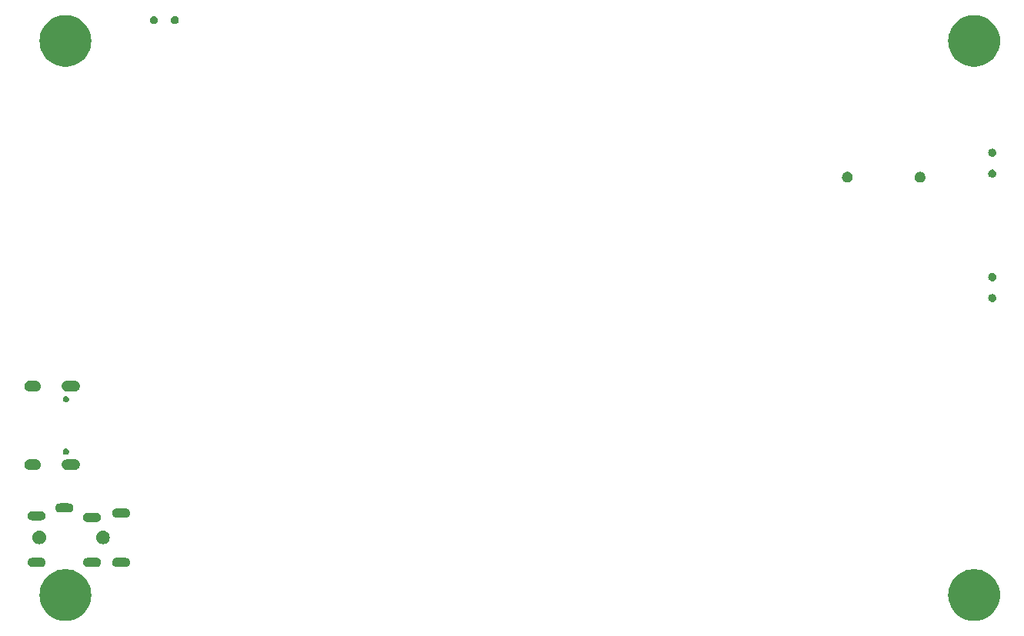
<source format=gbr>
%TF.GenerationSoftware,KiCad,Pcbnew,7.0.7*%
%TF.CreationDate,2023-12-09T22:21:25+01:00*%
%TF.ProjectId,Untitled,556e7469-746c-4656-942e-6b696361645f,rev?*%
%TF.SameCoordinates,Original*%
%TF.FileFunction,Soldermask,Bot*%
%TF.FilePolarity,Negative*%
%FSLAX46Y46*%
G04 Gerber Fmt 4.6, Leading zero omitted, Abs format (unit mm)*
G04 Created by KiCad (PCBNEW 7.0.7) date 2023-12-09 22:21:25*
%MOMM*%
%LPD*%
G01*
G04 APERTURE LIST*
G04 APERTURE END LIST*
G36*
X98494897Y-122193298D02*
G01*
X98817389Y-122269730D01*
X99128827Y-122383084D01*
X99425000Y-122531828D01*
X99701902Y-122713949D01*
X99955789Y-122926985D01*
X100183227Y-123168055D01*
X100381140Y-123433899D01*
X100546853Y-123720922D01*
X100678124Y-124025243D01*
X100773178Y-124342745D01*
X100830729Y-124669135D01*
X100850000Y-125000000D01*
X100830729Y-125330865D01*
X100773178Y-125657255D01*
X100678124Y-125974757D01*
X100546853Y-126279078D01*
X100381140Y-126566101D01*
X100183227Y-126831945D01*
X99955789Y-127073015D01*
X99701902Y-127286051D01*
X99425000Y-127468172D01*
X99128827Y-127616916D01*
X98817389Y-127730270D01*
X98494897Y-127806702D01*
X98165713Y-127845178D01*
X97834287Y-127845178D01*
X97505103Y-127806702D01*
X97182611Y-127730270D01*
X96871173Y-127616916D01*
X96575000Y-127468172D01*
X96298098Y-127286051D01*
X96044211Y-127073015D01*
X95816773Y-126831945D01*
X95618860Y-126566101D01*
X95453147Y-126279078D01*
X95321876Y-125974757D01*
X95226822Y-125657255D01*
X95169271Y-125330865D01*
X95150000Y-125000000D01*
X95169271Y-124669135D01*
X95226822Y-124342745D01*
X95321876Y-124025243D01*
X95453147Y-123720922D01*
X95618860Y-123433899D01*
X95816773Y-123168055D01*
X96044211Y-122926985D01*
X96298098Y-122713949D01*
X96575000Y-122531828D01*
X96871173Y-122383084D01*
X97182611Y-122269730D01*
X97505103Y-122193298D01*
X97834287Y-122154822D01*
X98165713Y-122154822D01*
X98494897Y-122193298D01*
G37*
G36*
X198494897Y-122193298D02*
G01*
X198817389Y-122269730D01*
X199128827Y-122383084D01*
X199425000Y-122531828D01*
X199701902Y-122713949D01*
X199955789Y-122926985D01*
X200183227Y-123168055D01*
X200381140Y-123433899D01*
X200546853Y-123720922D01*
X200678124Y-124025243D01*
X200773178Y-124342745D01*
X200830729Y-124669135D01*
X200850000Y-125000000D01*
X200830729Y-125330865D01*
X200773178Y-125657255D01*
X200678124Y-125974757D01*
X200546853Y-126279078D01*
X200381140Y-126566101D01*
X200183227Y-126831945D01*
X199955789Y-127073015D01*
X199701902Y-127286051D01*
X199425000Y-127468172D01*
X199128827Y-127616916D01*
X198817389Y-127730270D01*
X198494897Y-127806702D01*
X198165713Y-127845178D01*
X197834287Y-127845178D01*
X197505103Y-127806702D01*
X197182611Y-127730270D01*
X196871173Y-127616916D01*
X196575000Y-127468172D01*
X196298098Y-127286051D01*
X196044211Y-127073015D01*
X195816773Y-126831945D01*
X195618860Y-126566101D01*
X195453147Y-126279078D01*
X195321876Y-125974757D01*
X195226822Y-125657255D01*
X195169271Y-125330865D01*
X195150000Y-125000000D01*
X195169271Y-124669135D01*
X195226822Y-124342745D01*
X195321876Y-124025243D01*
X195453147Y-123720922D01*
X195618860Y-123433899D01*
X195816773Y-123168055D01*
X196044211Y-122926985D01*
X196298098Y-122713949D01*
X196575000Y-122531828D01*
X196871173Y-122383084D01*
X197182611Y-122269730D01*
X197505103Y-122193298D01*
X197834287Y-122154822D01*
X198165713Y-122154822D01*
X198494897Y-122193298D01*
G37*
G36*
X95326402Y-120904345D02*
G01*
X95390548Y-120908733D01*
X95425996Y-120918665D01*
X95465410Y-120924332D01*
X95495870Y-120938242D01*
X95523518Y-120945989D01*
X95555742Y-120965584D01*
X95594864Y-120983451D01*
X95617791Y-121003317D01*
X95639732Y-121016660D01*
X95667489Y-121046381D01*
X95702419Y-121076648D01*
X95717120Y-121099523D01*
X95732567Y-121116063D01*
X95752616Y-121154756D01*
X95779360Y-121196370D01*
X95786134Y-121219443D01*
X95795143Y-121236828D01*
X95804595Y-121282313D01*
X95819455Y-121332921D01*
X95819455Y-121353820D01*
X95822816Y-121369994D01*
X95819455Y-121419124D01*
X95819455Y-121475235D01*
X95814450Y-121492278D01*
X95813533Y-121505690D01*
X95796154Y-121554589D01*
X95779360Y-121611786D01*
X95771456Y-121624084D01*
X95767985Y-121633852D01*
X95736653Y-121678238D01*
X95702419Y-121731508D01*
X95693747Y-121739021D01*
X95689551Y-121744967D01*
X95645943Y-121780444D01*
X95594864Y-121824705D01*
X95587286Y-121828165D01*
X95584042Y-121830805D01*
X95532151Y-121853344D01*
X95465410Y-121883824D01*
X95460285Y-121884560D01*
X95459288Y-121884994D01*
X95413553Y-121891280D01*
X95324544Y-121904078D01*
X95320441Y-121904078D01*
X94326592Y-121904078D01*
X94324544Y-121904078D01*
X94322684Y-121903810D01*
X94258539Y-121899422D01*
X94223097Y-121889491D01*
X94183678Y-121883824D01*
X94153213Y-121869911D01*
X94125569Y-121862166D01*
X94093348Y-121842572D01*
X94054224Y-121824705D01*
X94031295Y-121804837D01*
X94009355Y-121791495D01*
X93981597Y-121761773D01*
X93946669Y-121731508D01*
X93931968Y-121708633D01*
X93916520Y-121692092D01*
X93896468Y-121653395D01*
X93869728Y-121611786D01*
X93862953Y-121588714D01*
X93853944Y-121571327D01*
X93844490Y-121525833D01*
X93829633Y-121475235D01*
X93829633Y-121454339D01*
X93826271Y-121438161D01*
X93829633Y-121389016D01*
X93829633Y-121332921D01*
X93834636Y-121315881D01*
X93835554Y-121302465D01*
X93852940Y-121253544D01*
X93869728Y-121196370D01*
X93877628Y-121184076D01*
X93881102Y-121174303D01*
X93912452Y-121129890D01*
X93946669Y-121076648D01*
X93955336Y-121069137D01*
X93959536Y-121063188D01*
X94003179Y-121027681D01*
X94054224Y-120983451D01*
X94061796Y-120979992D01*
X94065045Y-120977350D01*
X94117000Y-120954782D01*
X94183678Y-120924332D01*
X94188797Y-120923595D01*
X94189799Y-120923161D01*
X94235655Y-120916858D01*
X94324544Y-120904078D01*
X95324544Y-120904078D01*
X95326402Y-120904345D01*
G37*
G36*
X101426402Y-120904345D02*
G01*
X101490548Y-120908733D01*
X101525996Y-120918665D01*
X101565410Y-120924332D01*
X101595870Y-120938242D01*
X101623518Y-120945989D01*
X101655742Y-120965584D01*
X101694864Y-120983451D01*
X101717791Y-121003317D01*
X101739732Y-121016660D01*
X101767489Y-121046381D01*
X101802419Y-121076648D01*
X101817120Y-121099523D01*
X101832567Y-121116063D01*
X101852616Y-121154756D01*
X101879360Y-121196370D01*
X101886134Y-121219443D01*
X101895143Y-121236828D01*
X101904595Y-121282313D01*
X101919455Y-121332921D01*
X101919455Y-121353820D01*
X101922816Y-121369994D01*
X101919455Y-121419124D01*
X101919455Y-121475235D01*
X101914450Y-121492278D01*
X101913533Y-121505690D01*
X101896154Y-121554589D01*
X101879360Y-121611786D01*
X101871456Y-121624084D01*
X101867985Y-121633852D01*
X101836653Y-121678238D01*
X101802419Y-121731508D01*
X101793747Y-121739021D01*
X101789551Y-121744967D01*
X101745943Y-121780444D01*
X101694864Y-121824705D01*
X101687286Y-121828165D01*
X101684042Y-121830805D01*
X101632151Y-121853344D01*
X101565410Y-121883824D01*
X101560285Y-121884560D01*
X101559288Y-121884994D01*
X101513553Y-121891280D01*
X101424544Y-121904078D01*
X101420441Y-121904078D01*
X100426592Y-121904078D01*
X100424544Y-121904078D01*
X100422684Y-121903810D01*
X100358539Y-121899422D01*
X100323097Y-121889491D01*
X100283678Y-121883824D01*
X100253213Y-121869911D01*
X100225569Y-121862166D01*
X100193348Y-121842572D01*
X100154224Y-121824705D01*
X100131295Y-121804837D01*
X100109355Y-121791495D01*
X100081597Y-121761773D01*
X100046669Y-121731508D01*
X100031968Y-121708633D01*
X100016520Y-121692092D01*
X99996468Y-121653395D01*
X99969728Y-121611786D01*
X99962953Y-121588714D01*
X99953944Y-121571327D01*
X99944490Y-121525833D01*
X99929633Y-121475235D01*
X99929633Y-121454339D01*
X99926271Y-121438161D01*
X99929633Y-121389016D01*
X99929633Y-121332921D01*
X99934636Y-121315881D01*
X99935554Y-121302465D01*
X99952940Y-121253544D01*
X99969728Y-121196370D01*
X99977628Y-121184076D01*
X99981102Y-121174303D01*
X100012452Y-121129890D01*
X100046669Y-121076648D01*
X100055336Y-121069137D01*
X100059536Y-121063188D01*
X100103179Y-121027681D01*
X100154224Y-120983451D01*
X100161796Y-120979992D01*
X100165045Y-120977350D01*
X100217000Y-120954782D01*
X100283678Y-120924332D01*
X100288797Y-120923595D01*
X100289799Y-120923161D01*
X100335655Y-120916858D01*
X100424544Y-120904078D01*
X101424544Y-120904078D01*
X101426402Y-120904345D01*
G37*
G36*
X104626402Y-120904345D02*
G01*
X104690548Y-120908733D01*
X104725996Y-120918665D01*
X104765410Y-120924332D01*
X104795870Y-120938242D01*
X104823518Y-120945989D01*
X104855742Y-120965584D01*
X104894864Y-120983451D01*
X104917791Y-121003317D01*
X104939732Y-121016660D01*
X104967489Y-121046381D01*
X105002419Y-121076648D01*
X105017120Y-121099523D01*
X105032567Y-121116063D01*
X105052616Y-121154756D01*
X105079360Y-121196370D01*
X105086134Y-121219443D01*
X105095143Y-121236828D01*
X105104595Y-121282313D01*
X105119455Y-121332921D01*
X105119455Y-121353820D01*
X105122816Y-121369994D01*
X105119455Y-121419124D01*
X105119455Y-121475235D01*
X105114450Y-121492278D01*
X105113533Y-121505690D01*
X105096154Y-121554589D01*
X105079360Y-121611786D01*
X105071456Y-121624084D01*
X105067985Y-121633852D01*
X105036653Y-121678238D01*
X105002419Y-121731508D01*
X104993747Y-121739021D01*
X104989551Y-121744967D01*
X104945943Y-121780444D01*
X104894864Y-121824705D01*
X104887286Y-121828165D01*
X104884042Y-121830805D01*
X104832151Y-121853344D01*
X104765410Y-121883824D01*
X104760285Y-121884560D01*
X104759288Y-121884994D01*
X104713553Y-121891280D01*
X104624544Y-121904078D01*
X104620441Y-121904078D01*
X103626592Y-121904078D01*
X103624544Y-121904078D01*
X103622684Y-121903810D01*
X103558539Y-121899422D01*
X103523097Y-121889491D01*
X103483678Y-121883824D01*
X103453213Y-121869911D01*
X103425569Y-121862166D01*
X103393348Y-121842572D01*
X103354224Y-121824705D01*
X103331295Y-121804837D01*
X103309355Y-121791495D01*
X103281597Y-121761773D01*
X103246669Y-121731508D01*
X103231968Y-121708633D01*
X103216520Y-121692092D01*
X103196468Y-121653395D01*
X103169728Y-121611786D01*
X103162953Y-121588714D01*
X103153944Y-121571327D01*
X103144490Y-121525833D01*
X103129633Y-121475235D01*
X103129633Y-121454339D01*
X103126271Y-121438161D01*
X103129633Y-121389016D01*
X103129633Y-121332921D01*
X103134636Y-121315881D01*
X103135554Y-121302465D01*
X103152940Y-121253544D01*
X103169728Y-121196370D01*
X103177628Y-121184076D01*
X103181102Y-121174303D01*
X103212452Y-121129890D01*
X103246669Y-121076648D01*
X103255336Y-121069137D01*
X103259536Y-121063188D01*
X103303179Y-121027681D01*
X103354224Y-120983451D01*
X103361796Y-120979992D01*
X103365045Y-120977350D01*
X103417000Y-120954782D01*
X103483678Y-120924332D01*
X103488797Y-120923595D01*
X103489799Y-120923161D01*
X103535655Y-120916858D01*
X103624544Y-120904078D01*
X104624544Y-120904078D01*
X104626402Y-120904345D01*
G37*
G36*
X95291435Y-117932882D02*
G01*
X95449957Y-117988351D01*
X95592161Y-118077704D01*
X95710918Y-118196461D01*
X95800271Y-118338665D01*
X95855740Y-118497187D01*
X95874544Y-118664078D01*
X95855740Y-118830969D01*
X95800271Y-118989491D01*
X95710918Y-119131695D01*
X95592161Y-119250452D01*
X95449957Y-119339805D01*
X95291435Y-119395274D01*
X95124544Y-119414078D01*
X94957653Y-119395274D01*
X94799131Y-119339805D01*
X94656927Y-119250452D01*
X94538170Y-119131695D01*
X94448817Y-118989491D01*
X94393348Y-118830969D01*
X94374544Y-118664078D01*
X94393348Y-118497187D01*
X94448817Y-118338665D01*
X94538170Y-118196461D01*
X94656927Y-118077704D01*
X94799131Y-117988351D01*
X94957653Y-117932882D01*
X95124544Y-117914078D01*
X95291435Y-117932882D01*
G37*
G36*
X102291435Y-117932882D02*
G01*
X102449957Y-117988351D01*
X102592161Y-118077704D01*
X102710918Y-118196461D01*
X102800271Y-118338665D01*
X102855740Y-118497187D01*
X102874544Y-118664078D01*
X102855740Y-118830969D01*
X102800271Y-118989491D01*
X102710918Y-119131695D01*
X102592161Y-119250452D01*
X102449957Y-119339805D01*
X102291435Y-119395274D01*
X102124544Y-119414078D01*
X101957653Y-119395274D01*
X101799131Y-119339805D01*
X101656927Y-119250452D01*
X101538170Y-119131695D01*
X101448817Y-118989491D01*
X101393348Y-118830969D01*
X101374544Y-118664078D01*
X101393348Y-118497187D01*
X101448817Y-118338665D01*
X101538170Y-118196461D01*
X101656927Y-118077704D01*
X101799131Y-117988351D01*
X101957653Y-117932882D01*
X102124544Y-117914078D01*
X102291435Y-117932882D01*
G37*
G36*
X101426402Y-115954345D02*
G01*
X101490548Y-115958733D01*
X101525996Y-115968665D01*
X101565410Y-115974332D01*
X101595870Y-115988242D01*
X101623518Y-115995989D01*
X101655742Y-116015584D01*
X101694864Y-116033451D01*
X101717791Y-116053317D01*
X101739732Y-116066660D01*
X101767489Y-116096381D01*
X101802419Y-116126648D01*
X101817120Y-116149523D01*
X101832567Y-116166063D01*
X101852616Y-116204756D01*
X101879360Y-116246370D01*
X101886134Y-116269443D01*
X101895143Y-116286828D01*
X101904595Y-116332313D01*
X101919455Y-116382921D01*
X101919455Y-116403820D01*
X101922816Y-116419994D01*
X101919455Y-116469124D01*
X101919455Y-116525235D01*
X101914450Y-116542278D01*
X101913533Y-116555690D01*
X101896154Y-116604589D01*
X101879360Y-116661786D01*
X101871456Y-116674084D01*
X101867985Y-116683852D01*
X101836653Y-116728238D01*
X101802419Y-116781508D01*
X101793747Y-116789021D01*
X101789551Y-116794967D01*
X101745943Y-116830444D01*
X101694864Y-116874705D01*
X101687286Y-116878165D01*
X101684042Y-116880805D01*
X101632151Y-116903344D01*
X101565410Y-116933824D01*
X101560285Y-116934560D01*
X101559288Y-116934994D01*
X101513553Y-116941280D01*
X101424544Y-116954078D01*
X101420441Y-116954078D01*
X100426592Y-116954078D01*
X100424544Y-116954078D01*
X100422684Y-116953810D01*
X100358539Y-116949422D01*
X100323097Y-116939491D01*
X100283678Y-116933824D01*
X100253213Y-116919911D01*
X100225569Y-116912166D01*
X100193348Y-116892572D01*
X100154224Y-116874705D01*
X100131295Y-116854837D01*
X100109355Y-116841495D01*
X100081597Y-116811773D01*
X100046669Y-116781508D01*
X100031968Y-116758633D01*
X100016520Y-116742092D01*
X99996468Y-116703395D01*
X99969728Y-116661786D01*
X99962953Y-116638714D01*
X99953944Y-116621327D01*
X99944490Y-116575833D01*
X99929633Y-116525235D01*
X99929633Y-116504339D01*
X99926271Y-116488161D01*
X99929633Y-116439016D01*
X99929633Y-116382921D01*
X99934636Y-116365881D01*
X99935554Y-116352465D01*
X99952940Y-116303544D01*
X99969728Y-116246370D01*
X99977628Y-116234076D01*
X99981102Y-116224303D01*
X100012452Y-116179890D01*
X100046669Y-116126648D01*
X100055336Y-116119137D01*
X100059536Y-116113188D01*
X100103179Y-116077681D01*
X100154224Y-116033451D01*
X100161796Y-116029992D01*
X100165045Y-116027350D01*
X100217000Y-116004782D01*
X100283678Y-115974332D01*
X100288797Y-115973595D01*
X100289799Y-115973161D01*
X100335655Y-115966858D01*
X100424544Y-115954078D01*
X101424544Y-115954078D01*
X101426402Y-115954345D01*
G37*
G36*
X95326402Y-115774345D02*
G01*
X95390548Y-115778733D01*
X95425996Y-115788665D01*
X95465410Y-115794332D01*
X95495870Y-115808242D01*
X95523518Y-115815989D01*
X95555742Y-115835584D01*
X95594864Y-115853451D01*
X95617791Y-115873317D01*
X95639732Y-115886660D01*
X95667489Y-115916381D01*
X95702419Y-115946648D01*
X95717120Y-115969523D01*
X95732567Y-115986063D01*
X95752616Y-116024756D01*
X95779360Y-116066370D01*
X95786134Y-116089443D01*
X95795143Y-116106828D01*
X95804595Y-116152313D01*
X95819455Y-116202921D01*
X95819455Y-116223820D01*
X95822816Y-116239994D01*
X95819455Y-116289124D01*
X95819455Y-116345235D01*
X95814450Y-116362278D01*
X95813533Y-116375690D01*
X95796154Y-116424589D01*
X95779360Y-116481786D01*
X95771456Y-116494084D01*
X95767985Y-116503852D01*
X95736653Y-116548238D01*
X95702419Y-116601508D01*
X95693747Y-116609021D01*
X95689551Y-116614967D01*
X95645943Y-116650444D01*
X95594864Y-116694705D01*
X95587286Y-116698165D01*
X95584042Y-116700805D01*
X95532151Y-116723344D01*
X95465410Y-116753824D01*
X95460285Y-116754560D01*
X95459288Y-116754994D01*
X95413553Y-116761280D01*
X95324544Y-116774078D01*
X95320441Y-116774078D01*
X94326592Y-116774078D01*
X94324544Y-116774078D01*
X94322684Y-116773810D01*
X94258539Y-116769422D01*
X94223097Y-116759491D01*
X94183678Y-116753824D01*
X94153213Y-116739911D01*
X94125569Y-116732166D01*
X94093348Y-116712572D01*
X94054224Y-116694705D01*
X94031295Y-116674837D01*
X94009355Y-116661495D01*
X93981597Y-116631773D01*
X93946669Y-116601508D01*
X93931968Y-116578633D01*
X93916520Y-116562092D01*
X93896468Y-116523395D01*
X93869728Y-116481786D01*
X93862953Y-116458714D01*
X93853944Y-116441327D01*
X93844490Y-116395833D01*
X93829633Y-116345235D01*
X93829633Y-116324339D01*
X93826271Y-116308161D01*
X93829633Y-116259016D01*
X93829633Y-116202921D01*
X93834636Y-116185881D01*
X93835554Y-116172465D01*
X93852940Y-116123544D01*
X93869728Y-116066370D01*
X93877628Y-116054076D01*
X93881102Y-116044303D01*
X93912452Y-115999890D01*
X93946669Y-115946648D01*
X93955336Y-115939137D01*
X93959536Y-115933188D01*
X94003179Y-115897681D01*
X94054224Y-115853451D01*
X94061796Y-115849992D01*
X94065045Y-115847350D01*
X94117000Y-115824782D01*
X94183678Y-115794332D01*
X94188797Y-115793595D01*
X94189799Y-115793161D01*
X94235655Y-115786858D01*
X94324544Y-115774078D01*
X95324544Y-115774078D01*
X95326402Y-115774345D01*
G37*
G36*
X104626402Y-115474345D02*
G01*
X104690548Y-115478733D01*
X104725996Y-115488665D01*
X104765410Y-115494332D01*
X104795870Y-115508242D01*
X104823518Y-115515989D01*
X104855742Y-115535584D01*
X104894864Y-115553451D01*
X104917791Y-115573317D01*
X104939732Y-115586660D01*
X104967489Y-115616381D01*
X105002419Y-115646648D01*
X105017120Y-115669523D01*
X105032567Y-115686063D01*
X105052616Y-115724756D01*
X105079360Y-115766370D01*
X105086134Y-115789443D01*
X105095143Y-115806828D01*
X105104595Y-115852313D01*
X105119455Y-115902921D01*
X105119455Y-115923820D01*
X105122816Y-115939994D01*
X105119455Y-115989124D01*
X105119455Y-116045235D01*
X105114450Y-116062278D01*
X105113533Y-116075690D01*
X105096154Y-116124589D01*
X105079360Y-116181786D01*
X105071456Y-116194084D01*
X105067985Y-116203852D01*
X105036653Y-116248238D01*
X105002419Y-116301508D01*
X104993747Y-116309021D01*
X104989551Y-116314967D01*
X104945943Y-116350444D01*
X104894864Y-116394705D01*
X104887286Y-116398165D01*
X104884042Y-116400805D01*
X104832151Y-116423344D01*
X104765410Y-116453824D01*
X104760285Y-116454560D01*
X104759288Y-116454994D01*
X104713553Y-116461280D01*
X104624544Y-116474078D01*
X104620441Y-116474078D01*
X103626592Y-116474078D01*
X103624544Y-116474078D01*
X103622684Y-116473810D01*
X103558539Y-116469422D01*
X103523097Y-116459491D01*
X103483678Y-116453824D01*
X103453213Y-116439911D01*
X103425569Y-116432166D01*
X103393348Y-116412572D01*
X103354224Y-116394705D01*
X103331295Y-116374837D01*
X103309355Y-116361495D01*
X103281597Y-116331773D01*
X103246669Y-116301508D01*
X103231968Y-116278633D01*
X103216520Y-116262092D01*
X103196468Y-116223395D01*
X103169728Y-116181786D01*
X103162953Y-116158714D01*
X103153944Y-116141327D01*
X103144490Y-116095833D01*
X103129633Y-116045235D01*
X103129633Y-116024339D01*
X103126271Y-116008161D01*
X103129633Y-115959016D01*
X103129633Y-115902921D01*
X103134636Y-115885881D01*
X103135554Y-115872465D01*
X103152940Y-115823544D01*
X103169728Y-115766370D01*
X103177628Y-115754076D01*
X103181102Y-115744303D01*
X103212452Y-115699890D01*
X103246669Y-115646648D01*
X103255336Y-115639137D01*
X103259536Y-115633188D01*
X103303179Y-115597681D01*
X103354224Y-115553451D01*
X103361796Y-115549992D01*
X103365045Y-115547350D01*
X103417000Y-115524782D01*
X103483678Y-115494332D01*
X103488797Y-115493595D01*
X103489799Y-115493161D01*
X103535655Y-115486858D01*
X103624544Y-115474078D01*
X104624544Y-115474078D01*
X104626402Y-115474345D01*
G37*
G36*
X98376402Y-114904345D02*
G01*
X98440548Y-114908733D01*
X98475996Y-114918665D01*
X98515410Y-114924332D01*
X98545870Y-114938242D01*
X98573518Y-114945989D01*
X98605742Y-114965584D01*
X98644864Y-114983451D01*
X98667791Y-115003317D01*
X98689732Y-115016660D01*
X98717489Y-115046381D01*
X98752419Y-115076648D01*
X98767120Y-115099523D01*
X98782567Y-115116063D01*
X98802616Y-115154756D01*
X98829360Y-115196370D01*
X98836134Y-115219443D01*
X98845143Y-115236828D01*
X98854595Y-115282313D01*
X98869455Y-115332921D01*
X98869455Y-115353820D01*
X98872816Y-115369994D01*
X98869455Y-115419124D01*
X98869455Y-115475235D01*
X98864450Y-115492278D01*
X98863533Y-115505690D01*
X98846154Y-115554589D01*
X98829360Y-115611786D01*
X98821456Y-115624084D01*
X98817985Y-115633852D01*
X98786653Y-115678238D01*
X98752419Y-115731508D01*
X98743747Y-115739021D01*
X98739551Y-115744967D01*
X98695943Y-115780444D01*
X98644864Y-115824705D01*
X98637286Y-115828165D01*
X98634042Y-115830805D01*
X98582151Y-115853344D01*
X98515410Y-115883824D01*
X98510285Y-115884560D01*
X98509288Y-115884994D01*
X98463553Y-115891280D01*
X98374544Y-115904078D01*
X98370441Y-115904078D01*
X97376592Y-115904078D01*
X97374544Y-115904078D01*
X97372684Y-115903810D01*
X97308539Y-115899422D01*
X97273097Y-115889491D01*
X97233678Y-115883824D01*
X97203213Y-115869911D01*
X97175569Y-115862166D01*
X97143348Y-115842572D01*
X97104224Y-115824705D01*
X97081295Y-115804837D01*
X97059355Y-115791495D01*
X97031597Y-115761773D01*
X96996669Y-115731508D01*
X96981968Y-115708633D01*
X96966520Y-115692092D01*
X96946468Y-115653395D01*
X96919728Y-115611786D01*
X96912953Y-115588714D01*
X96903944Y-115571327D01*
X96894490Y-115525833D01*
X96879633Y-115475235D01*
X96879633Y-115454339D01*
X96876271Y-115438161D01*
X96879633Y-115389016D01*
X96879633Y-115332921D01*
X96884636Y-115315881D01*
X96885554Y-115302465D01*
X96902940Y-115253544D01*
X96919728Y-115196370D01*
X96927628Y-115184076D01*
X96931102Y-115174303D01*
X96962452Y-115129890D01*
X96996669Y-115076648D01*
X97005336Y-115069137D01*
X97009536Y-115063188D01*
X97053179Y-115027681D01*
X97104224Y-114983451D01*
X97111796Y-114979992D01*
X97115045Y-114977350D01*
X97167000Y-114954782D01*
X97233678Y-114924332D01*
X97238797Y-114923595D01*
X97239799Y-114923161D01*
X97285655Y-114916858D01*
X97374544Y-114904078D01*
X98374544Y-114904078D01*
X98376402Y-114904345D01*
G37*
G36*
X94727641Y-110045673D02*
G01*
X94828034Y-110057863D01*
X94832184Y-110059437D01*
X94839840Y-110060445D01*
X94894059Y-110082903D01*
X94963179Y-110109117D01*
X94971932Y-110115159D01*
X94984549Y-110120385D01*
X95029729Y-110155053D01*
X95082128Y-110191221D01*
X95093302Y-110203834D01*
X95108813Y-110215736D01*
X95140946Y-110257612D01*
X95177978Y-110299413D01*
X95188708Y-110319857D01*
X95204164Y-110340000D01*
X95222451Y-110384149D01*
X95245145Y-110427389D01*
X95252174Y-110455908D01*
X95264104Y-110484709D01*
X95269642Y-110526780D01*
X95279737Y-110567733D01*
X95279737Y-110603450D01*
X95284549Y-110640000D01*
X95279737Y-110676549D01*
X95279737Y-110712266D01*
X95269643Y-110753217D01*
X95264104Y-110795291D01*
X95252173Y-110824093D01*
X95245145Y-110852610D01*
X95222453Y-110895845D01*
X95204164Y-110940000D01*
X95188706Y-110960144D01*
X95177978Y-110980586D01*
X95140951Y-111022379D01*
X95108813Y-111064264D01*
X95093299Y-111076167D01*
X95082128Y-111088778D01*
X95029742Y-111124936D01*
X94984549Y-111159615D01*
X94971929Y-111164842D01*
X94963179Y-111170882D01*
X94894088Y-111197084D01*
X94839840Y-111219555D01*
X94832180Y-111220563D01*
X94828034Y-111222136D01*
X94727672Y-111234322D01*
X94684549Y-111240000D01*
X94680916Y-111240000D01*
X94088182Y-111240000D01*
X94084549Y-111240000D01*
X94041429Y-111234323D01*
X93941063Y-111222136D01*
X93936915Y-111220563D01*
X93929258Y-111219555D01*
X93875020Y-111197089D01*
X93805918Y-111170882D01*
X93797166Y-111164841D01*
X93784549Y-111159615D01*
X93739364Y-111124943D01*
X93686969Y-111088778D01*
X93675795Y-111076165D01*
X93660285Y-111064264D01*
X93628152Y-111022388D01*
X93591119Y-110980586D01*
X93580388Y-110960140D01*
X93564934Y-110940000D01*
X93546648Y-110895854D01*
X93523952Y-110852610D01*
X93516922Y-110824088D01*
X93504994Y-110795291D01*
X93499455Y-110753220D01*
X93489361Y-110712266D01*
X93489361Y-110676549D01*
X93484549Y-110640000D01*
X93489361Y-110603450D01*
X93489361Y-110567733D01*
X93499455Y-110526777D01*
X93504994Y-110484709D01*
X93516921Y-110455913D01*
X93523952Y-110427389D01*
X93546650Y-110384140D01*
X93564934Y-110340000D01*
X93580386Y-110319861D01*
X93591119Y-110299413D01*
X93628158Y-110257604D01*
X93660285Y-110215736D01*
X93675792Y-110203836D01*
X93686969Y-110191221D01*
X93739377Y-110155046D01*
X93784549Y-110120385D01*
X93797162Y-110115160D01*
X93805918Y-110109117D01*
X93875049Y-110082898D01*
X93929258Y-110060445D01*
X93936911Y-110059437D01*
X93941063Y-110057863D01*
X94041460Y-110045672D01*
X94084549Y-110040000D01*
X94684549Y-110040000D01*
X94727641Y-110045673D01*
G37*
G36*
X99037641Y-110045673D02*
G01*
X99138034Y-110057863D01*
X99142184Y-110059437D01*
X99149840Y-110060445D01*
X99204059Y-110082903D01*
X99273179Y-110109117D01*
X99281932Y-110115159D01*
X99294549Y-110120385D01*
X99339729Y-110155053D01*
X99392128Y-110191221D01*
X99403302Y-110203834D01*
X99418813Y-110215736D01*
X99450946Y-110257612D01*
X99487978Y-110299413D01*
X99498708Y-110319857D01*
X99514164Y-110340000D01*
X99532451Y-110384149D01*
X99555145Y-110427389D01*
X99562174Y-110455908D01*
X99574104Y-110484709D01*
X99579642Y-110526780D01*
X99589737Y-110567733D01*
X99589737Y-110603450D01*
X99594549Y-110640000D01*
X99589737Y-110676549D01*
X99589737Y-110712266D01*
X99579643Y-110753217D01*
X99574104Y-110795291D01*
X99562173Y-110824093D01*
X99555145Y-110852610D01*
X99532453Y-110895845D01*
X99514164Y-110940000D01*
X99498706Y-110960144D01*
X99487978Y-110980586D01*
X99450951Y-111022379D01*
X99418813Y-111064264D01*
X99403299Y-111076167D01*
X99392128Y-111088778D01*
X99339742Y-111124936D01*
X99294549Y-111159615D01*
X99281929Y-111164842D01*
X99273179Y-111170882D01*
X99204088Y-111197084D01*
X99149840Y-111219555D01*
X99142180Y-111220563D01*
X99138034Y-111222136D01*
X99037672Y-111234322D01*
X98994549Y-111240000D01*
X98990916Y-111240000D01*
X98198182Y-111240000D01*
X98194549Y-111240000D01*
X98151429Y-111234323D01*
X98051063Y-111222136D01*
X98046915Y-111220563D01*
X98039258Y-111219555D01*
X97985020Y-111197089D01*
X97915918Y-111170882D01*
X97907166Y-111164841D01*
X97894549Y-111159615D01*
X97849364Y-111124943D01*
X97796969Y-111088778D01*
X97785795Y-111076165D01*
X97770285Y-111064264D01*
X97738152Y-111022388D01*
X97701119Y-110980586D01*
X97690388Y-110960140D01*
X97674934Y-110940000D01*
X97656648Y-110895854D01*
X97633952Y-110852610D01*
X97626922Y-110824088D01*
X97614994Y-110795291D01*
X97609455Y-110753220D01*
X97599361Y-110712266D01*
X97599361Y-110676549D01*
X97594549Y-110640000D01*
X97599361Y-110603450D01*
X97599361Y-110567733D01*
X97609455Y-110526777D01*
X97614994Y-110484709D01*
X97626921Y-110455913D01*
X97633952Y-110427389D01*
X97656650Y-110384140D01*
X97674934Y-110340000D01*
X97690386Y-110319861D01*
X97701119Y-110299413D01*
X97738158Y-110257604D01*
X97770285Y-110215736D01*
X97785792Y-110203836D01*
X97796969Y-110191221D01*
X97849377Y-110155046D01*
X97894549Y-110120385D01*
X97907162Y-110115160D01*
X97915918Y-110109117D01*
X97985049Y-110082898D01*
X98039258Y-110060445D01*
X98046911Y-110059437D01*
X98051063Y-110057863D01*
X98151460Y-110045672D01*
X98194549Y-110040000D01*
X98994549Y-110040000D01*
X99037641Y-110045673D01*
G37*
G36*
X98172705Y-108877130D02*
G01*
X98270274Y-108926844D01*
X98347705Y-109004275D01*
X98397419Y-109101844D01*
X98414549Y-109210000D01*
X98397419Y-109318156D01*
X98347705Y-109415725D01*
X98270274Y-109493156D01*
X98172705Y-109542870D01*
X98064549Y-109560000D01*
X97956393Y-109542870D01*
X97858824Y-109493156D01*
X97781393Y-109415725D01*
X97731679Y-109318156D01*
X97714549Y-109210000D01*
X97731679Y-109101844D01*
X97781393Y-109004275D01*
X97858824Y-108926844D01*
X97956393Y-108877130D01*
X98064549Y-108860000D01*
X98172705Y-108877130D01*
G37*
G36*
X98172705Y-103097130D02*
G01*
X98270274Y-103146844D01*
X98347705Y-103224275D01*
X98397419Y-103321844D01*
X98414549Y-103430000D01*
X98397419Y-103538156D01*
X98347705Y-103635725D01*
X98270274Y-103713156D01*
X98172705Y-103762870D01*
X98064549Y-103780000D01*
X97956393Y-103762870D01*
X97858824Y-103713156D01*
X97781393Y-103635725D01*
X97731679Y-103538156D01*
X97714549Y-103430000D01*
X97731679Y-103321844D01*
X97781393Y-103224275D01*
X97858824Y-103146844D01*
X97956393Y-103097130D01*
X98064549Y-103080000D01*
X98172705Y-103097130D01*
G37*
G36*
X94727641Y-101405673D02*
G01*
X94828034Y-101417863D01*
X94832184Y-101419437D01*
X94839840Y-101420445D01*
X94894059Y-101442903D01*
X94963179Y-101469117D01*
X94971932Y-101475159D01*
X94984549Y-101480385D01*
X95029729Y-101515053D01*
X95082128Y-101551221D01*
X95093302Y-101563834D01*
X95108813Y-101575736D01*
X95140946Y-101617612D01*
X95177978Y-101659413D01*
X95188708Y-101679857D01*
X95204164Y-101700000D01*
X95222451Y-101744149D01*
X95245145Y-101787389D01*
X95252174Y-101815908D01*
X95264104Y-101844709D01*
X95269642Y-101886780D01*
X95279737Y-101927733D01*
X95279737Y-101963450D01*
X95284549Y-102000000D01*
X95279737Y-102036549D01*
X95279737Y-102072266D01*
X95269643Y-102113217D01*
X95264104Y-102155291D01*
X95252173Y-102184093D01*
X95245145Y-102212610D01*
X95222453Y-102255845D01*
X95204164Y-102300000D01*
X95188706Y-102320144D01*
X95177978Y-102340586D01*
X95140951Y-102382379D01*
X95108813Y-102424264D01*
X95093299Y-102436167D01*
X95082128Y-102448778D01*
X95029742Y-102484936D01*
X94984549Y-102519615D01*
X94971929Y-102524842D01*
X94963179Y-102530882D01*
X94894088Y-102557084D01*
X94839840Y-102579555D01*
X94832180Y-102580563D01*
X94828034Y-102582136D01*
X94727672Y-102594322D01*
X94684549Y-102600000D01*
X94680916Y-102600000D01*
X94088182Y-102600000D01*
X94084549Y-102600000D01*
X94041429Y-102594323D01*
X93941063Y-102582136D01*
X93936915Y-102580563D01*
X93929258Y-102579555D01*
X93875020Y-102557089D01*
X93805918Y-102530882D01*
X93797166Y-102524841D01*
X93784549Y-102519615D01*
X93739364Y-102484943D01*
X93686969Y-102448778D01*
X93675795Y-102436165D01*
X93660285Y-102424264D01*
X93628152Y-102382388D01*
X93591119Y-102340586D01*
X93580388Y-102320140D01*
X93564934Y-102300000D01*
X93546648Y-102255854D01*
X93523952Y-102212610D01*
X93516922Y-102184088D01*
X93504994Y-102155291D01*
X93499455Y-102113220D01*
X93489361Y-102072266D01*
X93489361Y-102036549D01*
X93484549Y-102000000D01*
X93489361Y-101963450D01*
X93489361Y-101927733D01*
X93499455Y-101886777D01*
X93504994Y-101844709D01*
X93516921Y-101815913D01*
X93523952Y-101787389D01*
X93546650Y-101744140D01*
X93564934Y-101700000D01*
X93580386Y-101679861D01*
X93591119Y-101659413D01*
X93628158Y-101617604D01*
X93660285Y-101575736D01*
X93675792Y-101563836D01*
X93686969Y-101551221D01*
X93739377Y-101515046D01*
X93784549Y-101480385D01*
X93797162Y-101475160D01*
X93805918Y-101469117D01*
X93875049Y-101442898D01*
X93929258Y-101420445D01*
X93936911Y-101419437D01*
X93941063Y-101417863D01*
X94041460Y-101405672D01*
X94084549Y-101400000D01*
X94684549Y-101400000D01*
X94727641Y-101405673D01*
G37*
G36*
X99037641Y-101405673D02*
G01*
X99138034Y-101417863D01*
X99142184Y-101419437D01*
X99149840Y-101420445D01*
X99204059Y-101442903D01*
X99273179Y-101469117D01*
X99281932Y-101475159D01*
X99294549Y-101480385D01*
X99339729Y-101515053D01*
X99392128Y-101551221D01*
X99403302Y-101563834D01*
X99418813Y-101575736D01*
X99450946Y-101617612D01*
X99487978Y-101659413D01*
X99498708Y-101679857D01*
X99514164Y-101700000D01*
X99532451Y-101744149D01*
X99555145Y-101787389D01*
X99562174Y-101815908D01*
X99574104Y-101844709D01*
X99579642Y-101886780D01*
X99589737Y-101927733D01*
X99589737Y-101963450D01*
X99594549Y-102000000D01*
X99589737Y-102036549D01*
X99589737Y-102072266D01*
X99579643Y-102113217D01*
X99574104Y-102155291D01*
X99562173Y-102184093D01*
X99555145Y-102212610D01*
X99532453Y-102255845D01*
X99514164Y-102300000D01*
X99498706Y-102320144D01*
X99487978Y-102340586D01*
X99450951Y-102382379D01*
X99418813Y-102424264D01*
X99403299Y-102436167D01*
X99392128Y-102448778D01*
X99339742Y-102484936D01*
X99294549Y-102519615D01*
X99281929Y-102524842D01*
X99273179Y-102530882D01*
X99204088Y-102557084D01*
X99149840Y-102579555D01*
X99142180Y-102580563D01*
X99138034Y-102582136D01*
X99037672Y-102594322D01*
X98994549Y-102600000D01*
X98990916Y-102600000D01*
X98198182Y-102600000D01*
X98194549Y-102600000D01*
X98151429Y-102594323D01*
X98051063Y-102582136D01*
X98046915Y-102580563D01*
X98039258Y-102579555D01*
X97985020Y-102557089D01*
X97915918Y-102530882D01*
X97907166Y-102524841D01*
X97894549Y-102519615D01*
X97849364Y-102484943D01*
X97796969Y-102448778D01*
X97785795Y-102436165D01*
X97770285Y-102424264D01*
X97738152Y-102382388D01*
X97701119Y-102340586D01*
X97690388Y-102320140D01*
X97674934Y-102300000D01*
X97656648Y-102255854D01*
X97633952Y-102212610D01*
X97626922Y-102184088D01*
X97614994Y-102155291D01*
X97609455Y-102113220D01*
X97599361Y-102072266D01*
X97599361Y-102036549D01*
X97594549Y-102000000D01*
X97599361Y-101963450D01*
X97599361Y-101927733D01*
X97609455Y-101886777D01*
X97614994Y-101844709D01*
X97626921Y-101815913D01*
X97633952Y-101787389D01*
X97656650Y-101744140D01*
X97674934Y-101700000D01*
X97690386Y-101679861D01*
X97701119Y-101659413D01*
X97738158Y-101617604D01*
X97770285Y-101575736D01*
X97785792Y-101563836D01*
X97796969Y-101551221D01*
X97849377Y-101515046D01*
X97894549Y-101480385D01*
X97907162Y-101475160D01*
X97915918Y-101469117D01*
X97985049Y-101442898D01*
X98039258Y-101420445D01*
X98046911Y-101419437D01*
X98051063Y-101417863D01*
X98151460Y-101405672D01*
X98194549Y-101400000D01*
X98994549Y-101400000D01*
X99037641Y-101405673D01*
G37*
G36*
X200186937Y-91890666D02*
G01*
X200294687Y-91959913D01*
X200378564Y-92056712D01*
X200431772Y-92173220D01*
X200450000Y-92300000D01*
X200431772Y-92426780D01*
X200378564Y-92543288D01*
X200294687Y-92640087D01*
X200186937Y-92709334D01*
X200064042Y-92745420D01*
X199935958Y-92745420D01*
X199813063Y-92709334D01*
X199705313Y-92640087D01*
X199621436Y-92543288D01*
X199568228Y-92426780D01*
X199550000Y-92300000D01*
X199568228Y-92173220D01*
X199621436Y-92056712D01*
X199705313Y-91959913D01*
X199813063Y-91890666D01*
X199935958Y-91854580D01*
X200064042Y-91854580D01*
X200186937Y-91890666D01*
G37*
G36*
X200186937Y-89590666D02*
G01*
X200294687Y-89659913D01*
X200378564Y-89756712D01*
X200431772Y-89873220D01*
X200450000Y-90000000D01*
X200431772Y-90126780D01*
X200378564Y-90243288D01*
X200294687Y-90340087D01*
X200186937Y-90409334D01*
X200064042Y-90445420D01*
X199935958Y-90445420D01*
X199813063Y-90409334D01*
X199705313Y-90340087D01*
X199621436Y-90243288D01*
X199568228Y-90126780D01*
X199550000Y-90000000D01*
X199568228Y-89873220D01*
X199621436Y-89756712D01*
X199705313Y-89659913D01*
X199813063Y-89590666D01*
X199935958Y-89554580D01*
X200064042Y-89554580D01*
X200186937Y-89590666D01*
G37*
G36*
X184086550Y-78404812D02*
G01*
X184122267Y-78404812D01*
X184163221Y-78414906D01*
X184205291Y-78420445D01*
X184234088Y-78432373D01*
X184262610Y-78439403D01*
X184305854Y-78462099D01*
X184350000Y-78480385D01*
X184370140Y-78495839D01*
X184390586Y-78506570D01*
X184432388Y-78543603D01*
X184474264Y-78575736D01*
X184486165Y-78591246D01*
X184498778Y-78602420D01*
X184534943Y-78654815D01*
X184569615Y-78700000D01*
X184574841Y-78712617D01*
X184580882Y-78721369D01*
X184607089Y-78790471D01*
X184629555Y-78844709D01*
X184630563Y-78852366D01*
X184632136Y-78856514D01*
X184644315Y-78956821D01*
X184650000Y-79000000D01*
X184644314Y-79043182D01*
X184632136Y-79143485D01*
X184630563Y-79147631D01*
X184629555Y-79155291D01*
X184607084Y-79209539D01*
X184580882Y-79278630D01*
X184574842Y-79287380D01*
X184569615Y-79300000D01*
X184534936Y-79345193D01*
X184498778Y-79397579D01*
X184486167Y-79408750D01*
X184474264Y-79424264D01*
X184432379Y-79456402D01*
X184390586Y-79493429D01*
X184370144Y-79504157D01*
X184350000Y-79519615D01*
X184305845Y-79537904D01*
X184262610Y-79560596D01*
X184234092Y-79567624D01*
X184205291Y-79579555D01*
X184163219Y-79585093D01*
X184122267Y-79595188D01*
X184086550Y-79595188D01*
X184050000Y-79600000D01*
X184013450Y-79595188D01*
X183977733Y-79595188D01*
X183936780Y-79585093D01*
X183894709Y-79579555D01*
X183865908Y-79567625D01*
X183837389Y-79560596D01*
X183794149Y-79537902D01*
X183750000Y-79519615D01*
X183729857Y-79504159D01*
X183709413Y-79493429D01*
X183667612Y-79456397D01*
X183625736Y-79424264D01*
X183613834Y-79408753D01*
X183601221Y-79397579D01*
X183565053Y-79345180D01*
X183530385Y-79300000D01*
X183525159Y-79287383D01*
X183519117Y-79278630D01*
X183492903Y-79209510D01*
X183470445Y-79155291D01*
X183469437Y-79147635D01*
X183467863Y-79143485D01*
X183455673Y-79043092D01*
X183450000Y-79000000D01*
X183455670Y-78956927D01*
X183467863Y-78856514D01*
X183469437Y-78852362D01*
X183470445Y-78844709D01*
X183492898Y-78790500D01*
X183519117Y-78721369D01*
X183525160Y-78712613D01*
X183530385Y-78700000D01*
X183565046Y-78654828D01*
X183601221Y-78602420D01*
X183613836Y-78591243D01*
X183625736Y-78575736D01*
X183667604Y-78543609D01*
X183709413Y-78506570D01*
X183729861Y-78495837D01*
X183750000Y-78480385D01*
X183794140Y-78462101D01*
X183837389Y-78439403D01*
X183865913Y-78432372D01*
X183894709Y-78420445D01*
X183936777Y-78414906D01*
X183977733Y-78404812D01*
X184013450Y-78404812D01*
X184050000Y-78400000D01*
X184086550Y-78404812D01*
G37*
G36*
X192086550Y-78404812D02*
G01*
X192122267Y-78404812D01*
X192163221Y-78414906D01*
X192205291Y-78420445D01*
X192234088Y-78432373D01*
X192262610Y-78439403D01*
X192305854Y-78462099D01*
X192350000Y-78480385D01*
X192370140Y-78495839D01*
X192390586Y-78506570D01*
X192432388Y-78543603D01*
X192474264Y-78575736D01*
X192486165Y-78591246D01*
X192498778Y-78602420D01*
X192534943Y-78654815D01*
X192569615Y-78700000D01*
X192574841Y-78712617D01*
X192580882Y-78721369D01*
X192607089Y-78790471D01*
X192629555Y-78844709D01*
X192630563Y-78852366D01*
X192632136Y-78856514D01*
X192644315Y-78956821D01*
X192650000Y-79000000D01*
X192644314Y-79043182D01*
X192632136Y-79143485D01*
X192630563Y-79147631D01*
X192629555Y-79155291D01*
X192607084Y-79209539D01*
X192580882Y-79278630D01*
X192574842Y-79287380D01*
X192569615Y-79300000D01*
X192534936Y-79345193D01*
X192498778Y-79397579D01*
X192486167Y-79408750D01*
X192474264Y-79424264D01*
X192432379Y-79456402D01*
X192390586Y-79493429D01*
X192370144Y-79504157D01*
X192350000Y-79519615D01*
X192305845Y-79537904D01*
X192262610Y-79560596D01*
X192234092Y-79567624D01*
X192205291Y-79579555D01*
X192163219Y-79585093D01*
X192122267Y-79595188D01*
X192086550Y-79595188D01*
X192050000Y-79600000D01*
X192013450Y-79595188D01*
X191977733Y-79595188D01*
X191936780Y-79585093D01*
X191894709Y-79579555D01*
X191865908Y-79567625D01*
X191837389Y-79560596D01*
X191794149Y-79537902D01*
X191750000Y-79519615D01*
X191729857Y-79504159D01*
X191709413Y-79493429D01*
X191667612Y-79456397D01*
X191625736Y-79424264D01*
X191613834Y-79408753D01*
X191601221Y-79397579D01*
X191565053Y-79345180D01*
X191530385Y-79300000D01*
X191525159Y-79287383D01*
X191519117Y-79278630D01*
X191492903Y-79209510D01*
X191470445Y-79155291D01*
X191469437Y-79147635D01*
X191467863Y-79143485D01*
X191455673Y-79043092D01*
X191450000Y-79000000D01*
X191455670Y-78956927D01*
X191467863Y-78856514D01*
X191469437Y-78852362D01*
X191470445Y-78844709D01*
X191492898Y-78790500D01*
X191519117Y-78721369D01*
X191525160Y-78712613D01*
X191530385Y-78700000D01*
X191565046Y-78654828D01*
X191601221Y-78602420D01*
X191613836Y-78591243D01*
X191625736Y-78575736D01*
X191667604Y-78543609D01*
X191709413Y-78506570D01*
X191729861Y-78495837D01*
X191750000Y-78480385D01*
X191794140Y-78462101D01*
X191837389Y-78439403D01*
X191865913Y-78432372D01*
X191894709Y-78420445D01*
X191936777Y-78414906D01*
X191977733Y-78404812D01*
X192013450Y-78404812D01*
X192050000Y-78400000D01*
X192086550Y-78404812D01*
G37*
G36*
X200186937Y-78190666D02*
G01*
X200294687Y-78259913D01*
X200378564Y-78356712D01*
X200431772Y-78473220D01*
X200450000Y-78600000D01*
X200431772Y-78726780D01*
X200378564Y-78843288D01*
X200294687Y-78940087D01*
X200186937Y-79009334D01*
X200064042Y-79045420D01*
X199935958Y-79045420D01*
X199813063Y-79009334D01*
X199705313Y-78940087D01*
X199621436Y-78843288D01*
X199568228Y-78726780D01*
X199550000Y-78600000D01*
X199568228Y-78473220D01*
X199621436Y-78356712D01*
X199705313Y-78259913D01*
X199813063Y-78190666D01*
X199935958Y-78154580D01*
X200064042Y-78154580D01*
X200186937Y-78190666D01*
G37*
G36*
X200186937Y-75890666D02*
G01*
X200294687Y-75959913D01*
X200378564Y-76056712D01*
X200431772Y-76173220D01*
X200450000Y-76300000D01*
X200431772Y-76426780D01*
X200378564Y-76543288D01*
X200294687Y-76640087D01*
X200186937Y-76709334D01*
X200064042Y-76745420D01*
X199935958Y-76745420D01*
X199813063Y-76709334D01*
X199705313Y-76640087D01*
X199621436Y-76543288D01*
X199568228Y-76426780D01*
X199550000Y-76300000D01*
X199568228Y-76173220D01*
X199621436Y-76056712D01*
X199705313Y-75959913D01*
X199813063Y-75890666D01*
X199935958Y-75854580D01*
X200064042Y-75854580D01*
X200186937Y-75890666D01*
G37*
G36*
X98494897Y-61193298D02*
G01*
X98817389Y-61269730D01*
X99128827Y-61383084D01*
X99425000Y-61531828D01*
X99701902Y-61713949D01*
X99955789Y-61926985D01*
X100183227Y-62168055D01*
X100381140Y-62433899D01*
X100546853Y-62720922D01*
X100678124Y-63025243D01*
X100773178Y-63342745D01*
X100830729Y-63669135D01*
X100850000Y-64000000D01*
X100830729Y-64330865D01*
X100773178Y-64657255D01*
X100678124Y-64974757D01*
X100546853Y-65279078D01*
X100381140Y-65566101D01*
X100183227Y-65831945D01*
X99955789Y-66073015D01*
X99701902Y-66286051D01*
X99425000Y-66468172D01*
X99128827Y-66616916D01*
X98817389Y-66730270D01*
X98494897Y-66806702D01*
X98165713Y-66845178D01*
X97834287Y-66845178D01*
X97505103Y-66806702D01*
X97182611Y-66730270D01*
X96871173Y-66616916D01*
X96575000Y-66468172D01*
X96298098Y-66286051D01*
X96044211Y-66073015D01*
X95816773Y-65831945D01*
X95618860Y-65566101D01*
X95453147Y-65279078D01*
X95321876Y-64974757D01*
X95226822Y-64657255D01*
X95169271Y-64330865D01*
X95150000Y-64000000D01*
X95169271Y-63669135D01*
X95226822Y-63342745D01*
X95321876Y-63025243D01*
X95453147Y-62720922D01*
X95618860Y-62433899D01*
X95816773Y-62168055D01*
X96044211Y-61926985D01*
X96298098Y-61713949D01*
X96575000Y-61531828D01*
X96871173Y-61383084D01*
X97182611Y-61269730D01*
X97505103Y-61193298D01*
X97834287Y-61154822D01*
X98165713Y-61154822D01*
X98494897Y-61193298D01*
G37*
G36*
X198494897Y-61193298D02*
G01*
X198817389Y-61269730D01*
X199128827Y-61383084D01*
X199425000Y-61531828D01*
X199701902Y-61713949D01*
X199955789Y-61926985D01*
X200183227Y-62168055D01*
X200381140Y-62433899D01*
X200546853Y-62720922D01*
X200678124Y-63025243D01*
X200773178Y-63342745D01*
X200830729Y-63669135D01*
X200850000Y-64000000D01*
X200830729Y-64330865D01*
X200773178Y-64657255D01*
X200678124Y-64974757D01*
X200546853Y-65279078D01*
X200381140Y-65566101D01*
X200183227Y-65831945D01*
X199955789Y-66073015D01*
X199701902Y-66286051D01*
X199425000Y-66468172D01*
X199128827Y-66616916D01*
X198817389Y-66730270D01*
X198494897Y-66806702D01*
X198165713Y-66845178D01*
X197834287Y-66845178D01*
X197505103Y-66806702D01*
X197182611Y-66730270D01*
X196871173Y-66616916D01*
X196575000Y-66468172D01*
X196298098Y-66286051D01*
X196044211Y-66073015D01*
X195816773Y-65831945D01*
X195618860Y-65566101D01*
X195453147Y-65279078D01*
X195321876Y-64974757D01*
X195226822Y-64657255D01*
X195169271Y-64330865D01*
X195150000Y-64000000D01*
X195169271Y-63669135D01*
X195226822Y-63342745D01*
X195321876Y-63025243D01*
X195453147Y-62720922D01*
X195618860Y-62433899D01*
X195816773Y-62168055D01*
X196044211Y-61926985D01*
X196298098Y-61713949D01*
X196575000Y-61531828D01*
X196871173Y-61383084D01*
X197182611Y-61269730D01*
X197505103Y-61193298D01*
X197834287Y-61154822D01*
X198165713Y-61154822D01*
X198494897Y-61193298D01*
G37*
G36*
X107919214Y-61299712D02*
G01*
X108026964Y-61368959D01*
X108110841Y-61465758D01*
X108164049Y-61582266D01*
X108182277Y-61709046D01*
X108164049Y-61835826D01*
X108110841Y-61952334D01*
X108026964Y-62049133D01*
X107919214Y-62118380D01*
X107796319Y-62154466D01*
X107668235Y-62154466D01*
X107545340Y-62118380D01*
X107437590Y-62049133D01*
X107353713Y-61952334D01*
X107300505Y-61835826D01*
X107282277Y-61709046D01*
X107300505Y-61582266D01*
X107353713Y-61465758D01*
X107437590Y-61368959D01*
X107545340Y-61299712D01*
X107668235Y-61263626D01*
X107796319Y-61263626D01*
X107919214Y-61299712D01*
G37*
G36*
X110219214Y-61299712D02*
G01*
X110326964Y-61368959D01*
X110410841Y-61465758D01*
X110464049Y-61582266D01*
X110482277Y-61709046D01*
X110464049Y-61835826D01*
X110410841Y-61952334D01*
X110326964Y-62049133D01*
X110219214Y-62118380D01*
X110096319Y-62154466D01*
X109968235Y-62154466D01*
X109845340Y-62118380D01*
X109737590Y-62049133D01*
X109653713Y-61952334D01*
X109600505Y-61835826D01*
X109582277Y-61709046D01*
X109600505Y-61582266D01*
X109653713Y-61465758D01*
X109737590Y-61368959D01*
X109845340Y-61299712D01*
X109968235Y-61263626D01*
X110096319Y-61263626D01*
X110219214Y-61299712D01*
G37*
M02*

</source>
